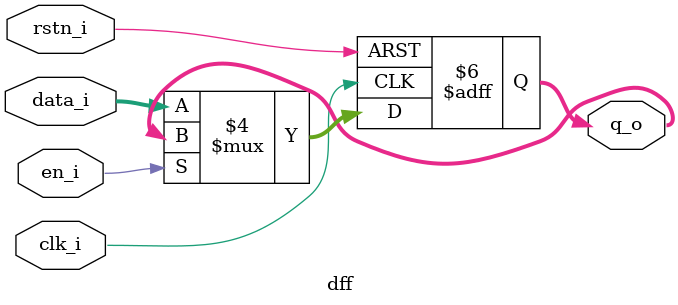
<source format=v>
`timescale 1ns / 1ps

module dff(
input      [9:0] data_i,
input            clk_i,
input            rstn_i,
input            en_i,
output reg [9:0] q_o
    );

always @( posedge clk_i or negedge rstn_i ) 
  begin 
    if ( !rstn_i ) q_o <= 0; 
    else
     if ( !en_i ) q_o <= data_i; 
  end 

endmodule

</source>
